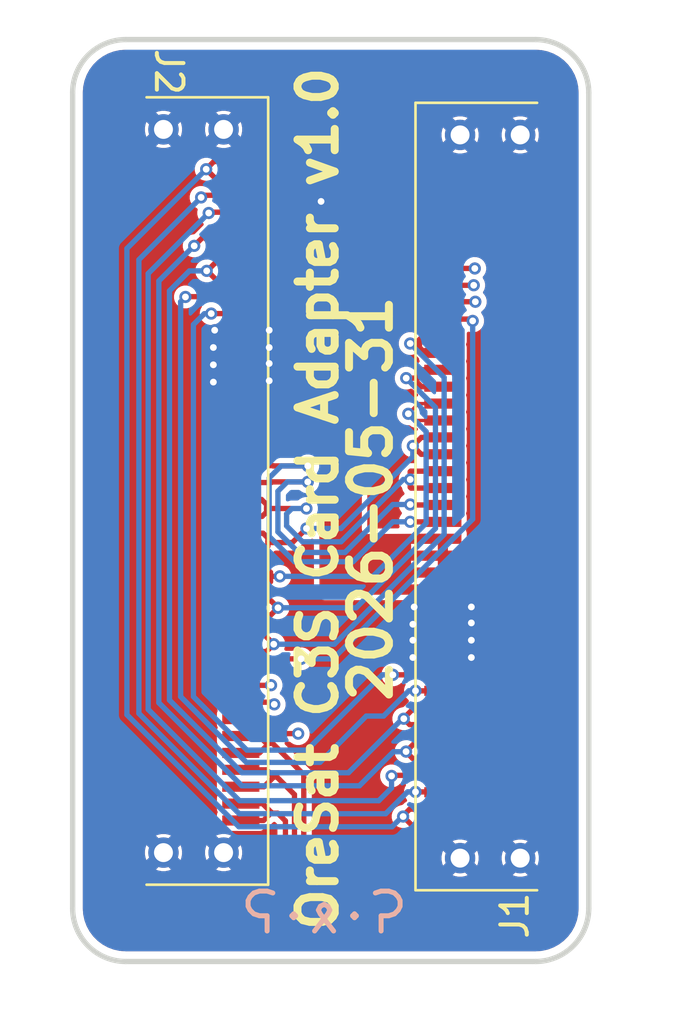
<source format=kicad_pcb>
(kicad_pcb (version 20241229) (generator "pcbnew") (generator_version "9.0")
  (title_block (title "C3 Surrogate to Card Adapter Board") (date "2026-02-15") (rev "1.0") (company "Portland State Aerospace Society"))
  (layers (0 "F.Cu" signal) (4 "In1.Cu" signal) (6 "In2.Cu" signal) (2 "B.Cu" signal) (13 "F.Paste" user) (15 "B.Paste" user) (5 "F.SilkS" user "F.Silkscreen") (7 "B.SilkS" user "B.Silkscreen") (1 "F.Mask" user) (3 "B.Mask" user) (25 "Edge.Cuts" user))
  (net 0 "")
  (net 1 "GND")
  (net 2 "VBUS")
  (net 3 "OPD_SDA")
  (net 4 "MAG-SCL")
  (net 5 "CAN2_L")
  (net 6 "CAN1_H")
  (net 7 "CAN1_L")
  (net 8 "OPD_SCL")
  (net 9 "CAN2_H")
  (net 10 "MAG-POWER")
  (net 11 "C3-UART-RX")
  (net 12 "OPD_PWR")
  (net 13 "~{SD}")
  (net 14 "MAG-SDA")
  (net 15 "C3-UART-TX")
  (net 16 "SPARE31")
  (net 17 "SPARE32")
  (net 18 "SPARE09")
  (net 19 "SPARE22")
  (net 20 "SPARE10")
  (net 21 "SPARE07")
  (net 22 "SPARE08")
  (net 23 "SPARE21")
  (footprint "oresat-connectors:SFM-120-02-X-DH" (layer "F.Cu") (at 145.7313 85.3925 90)
    (property "Reference" "J2" (at 15.75 1.35 270) (layer "F.SilkS"))
    (property "Value" "SFM-120-02-L-DH" (hide yes))
    (fp_line (start -14.7955 0.508) (end -14.7955 5.08) (stroke (width 0.1)) (layer "F.SilkS"))
    (fp_line (start 14.7955 5.08) (end 14.7955 0.508) (stroke (width 0.1)) (layer "F.SilkS"))
    (fp_line (start 14.7955 5.08) (end -14.7955 5.08) (stroke (width 0.1)) (layer "F.SilkS"))
    (pad "1" smd rect (at -12.3825 4.0513 90) (size 0.381 1.397) (layers "F.Cu" "F.Mask" "F.Paste") (net 14 "MAG-SDA"))
    (pad "2" smd rect (at -11.7475 4.0513 90) (size 0.381 1.397) (layers "F.Cu" "F.Mask" "F.Paste") (net 14 "MAG-SDA"))
    (pad "3" smd rect (at -11.1125 4.0513 90) (size 0.381 1.397) (layers "F.Cu" "F.Mask" "F.Paste") (net 4 "MAG-SCL"))
    (pad "4" smd rect (at -10.4775 4.0513 90) (size 0.381 1.397) (layers "F.Cu" "F.Mask" "F.Paste") (net 4 "MAG-SCL"))
    (pad "5" smd rect (at -9.8425 4.0513 90) (size 0.381 1.397) (layers "F.Cu" "F.Mask" "F.Paste") (net 10 "MAG-POWER"))
    (pad "6" smd rect (at -9.2075 4.0513 90) (size 0.381 1.397) (layers "F.Cu" "F.Mask" "F.Paste") (net 10 "MAG-POWER"))
    (pad "7" smd rect (at -8.5725 4.0513 90) (size 0.381 1.397) (layers "F.Cu" "F.Mask" "F.Paste") (net 21 "SPARE07"))
    (pad "8" smd rect (at -7.9375 4.0513 90) (size 0.381 1.397) (layers "F.Cu" "F.Mask" "F.Paste") (net 22 "SPARE08"))
    (pad "9" smd rect (at -7.3025 4.0513 90) (size 0.381 1.397) (layers "F.Cu" "F.Mask" "F.Paste") (net 18 "SPARE09"))
    (pad "10" smd rect (at -6.6675 4.0513 90) (size 0.381 1.397) (layers "F.Cu" "F.Mask" "F.Paste") (net 20 "SPARE10"))
    (pad "11" smd rect (at -6.0325 4.0513 90) (size 0.381 1.397) (layers "F.Cu" "F.Mask" "F.Paste") (net 3 "OPD_SDA"))
    (pad "12" smd rect (at -5.3975 4.0513 90) (size 0.381 1.397) (layers "F.Cu" "F.Mask" "F.Paste") (net 3 "OPD_SDA"))
    (pad "13" smd rect (at -4.7625 4.0513 90) (size 0.381 1.397) (layers "F.Cu" "F.Mask" "F.Paste") (net 8 "OPD_SCL"))
    (pad "14" smd rect (at -4.1275 4.0513 90) (size 0.381 1.397) (layers "F.Cu" "F.Mask" "F.Paste") (net 8 "OPD_SCL"))
    (pad "15" smd rect (at -3.4925 4.0513 90) (size 0.381 1.397) (layers "F.Cu" "F.Mask" "F.Paste") (net 12 "OPD_PWR"))
    (pad "16" smd rect (at -2.8575 4.0513 90) (size 0.381 1.397) (layers "F.Cu" "F.Mask" "F.Paste") (net 12 "OPD_PWR"))
    (pad "17" smd rect (at -2.2225 4.0513 90) (size 0.381 1.397) (layers "F.Cu" "F.Mask" "F.Paste") (net 9 "CAN2_H"))
    (pad "18" smd rect (at -1.5875 4.0513 90) (size 0.381 1.397) (layers "F.Cu" "F.Mask" "F.Paste") (net 9 "CAN2_H"))
    (pad "19" smd rect (at -0.9525 4.0513 90) (size 0.381 1.397) (layers "F.Cu" "F.Mask" "F.Paste") (net 5 "CAN2_L"))
    (pad "20" smd rect (at -0.3175 4.0513 90) (size 0.381 1.397) (layers "F.Cu" "F.Mask" "F.Paste") (net 5 "CAN2_L"))
    (pad "21" smd rect (at 0.3175 4.0513 90) (size 0.381 1.397) (layers "F.Cu" "F.Mask" "F.Paste") (net 23 "SPARE21"))
    (pad "22" smd rect (at 0.9525 4.0513 90) (size 0.381 1.397) (layers "F.Cu" "F.Mask" "F.Paste") (net 19 "SPARE22"))
    (pad "23" smd rect (at 1.5875 4.0513 90) (size 0.381 1.397) (layers "F.Cu" "F.Mask" "F.Paste") (net 2 "VBUS"))
    (pad "24" smd rect (at 2.2225 4.0513 90) (size 0.381 1.397) (layers "F.Cu" "F.Mask" "F.Paste") (net 2 "VBUS"))
    (pad "25" smd rect (at 2.8575 4.0513 90) (size 0.381 1.397) (layers "F.Cu" "F.Mask" "F.Paste") (net 2 "VBUS"))
    (pad "26" smd rect (at 3.4925 4.0513 90) (size 0.381 1.397) (layers "F.Cu" "F.Mask" "F.Paste") (net 2 "VBUS"))
    (pad "27" smd rect (at 4.1275 4.0513 90) (size 0.381 1.397) (layers "F.Cu" "F.Mask" "F.Paste") (net 1 "GND"))
    (pad "28" smd rect (at 4.7625 4.0513 90) (size 0.381 1.397) (layers "F.Cu" "F.Mask" "F.Paste") (net 1 "GND"))
    (pad "29" smd rect (at 5.3975 4.0513 90) (size 0.381 1.397) (layers "F.Cu" "F.Mask" "F.Paste") (net 1 "GND"))
    (pad "30" smd rect (at 6.0325 4.0513 90) (size 0.381 1.397) (layers "F.Cu" "F.Mask" "F.Paste") (net 1 "GND"))
    (pad "31" smd rect (at 6.6675 4.0513 90) (size 0.381 1.397) (layers "F.Cu" "F.Mask" "F.Paste") (net 16 "SPARE31"))
    (pad "32" smd rect (at 7.3025 4.0513 90) (size 0.381 1.397) (layers "F.Cu" "F.Mask" "F.Paste") (net 17 "SPARE32"))
    (pad "33" smd rect (at 7.9375 4.0513 90) (size 0.381 1.397) (layers "F.Cu" "F.Mask" "F.Paste") (net 6 "CAN1_H"))
    (pad "34" smd rect (at 8.5725 4.0513 90) (size 0.381 1.397) (layers "F.Cu" "F.Mask" "F.Paste") (net 6 "CAN1_H"))
    (pad "35" smd rect (at 9.2075 4.0513 90) (size 0.381 1.397) (layers "F.Cu" "F.Mask" "F.Paste") (net 7 "CAN1_L"))
    (pad "36" smd rect (at 9.8425 4.0513 90) (size 0.381 1.397) (layers "F.Cu" "F.Mask" "F.Paste") (net 7 "CAN1_L"))
    (pad "37" smd rect (at 10.4775 4.0513 90) (size 0.381 1.397) (layers "F.Cu" "F.Mask" "F.Paste") (net 15 "C3-UART-TX"))
    (pad "38" smd rect (at 11.1125 4.0513 90) (size 0.381 1.397) (layers "F.Cu" "F.Mask" "F.Paste") (net 11 "C3-UART-RX"))
    (pad "39" smd rect (at 11.7475 4.0513 90) (size 0.381 1.397) (layers "F.Cu" "F.Mask" "F.Paste") (net 13 "~{SD}"))
    (pad "40" smd rect (at 12.3825 4.0513 90) (size 0.381 1.397) (layers "F.Cu" "F.Mask" "F.Paste") (net 13 "~{SD}"))
    (pad "41" thru_hole circle (at -13.589 1.143 90) (size 1.143 1.143) (drill 0.7112) (layers "*.Cu" "*.Mask") (net 1 "GND"))
    (pad "42" thru_hole circle (at 13.589 1.143 90) (size 1.143 1.143) (drill 0.7112) (layers "*.Cu" "*.Mask") (net 1 "GND"))
    (pad "43" thru_hole circle (at -13.589 3.4036 90) (size 1.143 1.143) (drill 0.7112) (layers "*.Cu" "*.Mask") (net 1 "GND"))
    (pad "44" thru_hole circle (at 13.589 3.4036 90) (size 1.143 1.143) (drill 0.7112) (layers "*.Cu" "*.Mask") (net 1 "GND"))
  )
  (footprint "oresat-connectors:SFM-120-02-X-DH" (layer "F.Cu") (at 161.43 85.6 -90)
    (property "Reference" "J1" (at 15.75 1.35 90) (layer "F.SilkS"))
    (property "Value" "SFM-120-02-L-DH" (hide yes))
    (fp_line (start 14.7955 5.08) (end -14.7955 5.08) (stroke (width 0.1)) (layer "F.SilkS"))
    (fp_line (start 14.7955 5.08) (end 14.7955 0.508) (stroke (width 0.1)) (layer "F.SilkS"))
    (fp_line (start -14.7955 0.508) (end -14.7955 5.08) (stroke (width 0.1)) (layer "F.SilkS"))
    (pad "1" smd rect (at -12.3825 4.0513 270) (size 0.381 1.397) (layers "F.Cu" "F.Mask" "F.Paste") (net 14 "MAG-SDA"))
    (pad "2" smd rect (at -11.7475 4.0513 270) (size 0.381 1.397) (layers "F.Cu" "F.Mask" "F.Paste") (net 14 "MAG-SDA"))
    (pad "3" smd rect (at -11.1125 4.0513 270) (size 0.381 1.397) (layers "F.Cu" "F.Mask" "F.Paste") (net 4 "MAG-SCL"))
    (pad "4" smd rect (at -10.4775 4.0513 270) (size 0.381 1.397) (layers "F.Cu" "F.Mask" "F.Paste") (net 4 "MAG-SCL"))
    (pad "5" smd rect (at -9.8425 4.0513 270) (size 0.381 1.397) (layers "F.Cu" "F.Mask" "F.Paste") (net 10 "MAG-POWER"))
    (pad "6" smd rect (at -9.2075 4.0513 270) (size 0.381 1.397) (layers "F.Cu" "F.Mask" "F.Paste") (net 10 "MAG-POWER"))
    (pad "7" smd rect (at -8.5725 4.0513 270) (size 0.381 1.397) (layers "F.Cu" "F.Mask" "F.Paste") (net 21 "SPARE07"))
    (pad "8" smd rect (at -7.9375 4.0513 270) (size 0.381 1.397) (layers "F.Cu" "F.Mask" "F.Paste") (net 22 "SPARE08"))
    (pad "9" smd rect (at -7.3025 4.0513 270) (size 0.381 1.397) (layers "F.Cu" "F.Mask" "F.Paste") (net 18 "SPARE09"))
    (pad "10" smd rect (at -6.6675 4.0513 270) (size 0.381 1.397) (layers "F.Cu" "F.Mask" "F.Paste") (net 20 "SPARE10"))
    (pad "11" smd rect (at -6.0325 4.0513 270) (size 0.381 1.397) (layers "F.Cu" "F.Mask" "F.Paste") (net 3 "OPD_SDA"))
    (pad "12" smd rect (at -5.3975 4.0513 270) (size 0.381 1.397) (layers "F.Cu" "F.Mask" "F.Paste") (net 3 "OPD_SDA"))
    (pad "13" smd rect (at -4.7625 4.0513 270) (size 0.381 1.397) (layers "F.Cu" "F.Mask" "F.Paste") (net 8 "OPD_SCL"))
    (pad "14" smd rect (at -4.1275 4.0513 270) (size 0.381 1.397) (layers "F.Cu" "F.Mask" "F.Paste") (net 8 "OPD_SCL"))
    (pad "15" smd rect (at -3.4925 4.0513 270) (size 0.381 1.397) (layers "F.Cu" "F.Mask" "F.Paste") (net 12 "OPD_PWR"))
    (pad "16" smd rect (at -2.8575 4.0513 270) (size 0.381 1.397) (layers "F.Cu" "F.Mask" "F.Paste") (net 12 "OPD_PWR"))
    (pad "17" smd rect (at -2.2225 4.0513 270) (size 0.381 1.397) (layers "F.Cu" "F.Mask" "F.Paste") (net 9 "CAN2_H"))
    (pad "18" smd rect (at -1.5875 4.0513 270) (size 0.381 1.397) (layers "F.Cu" "F.Mask" "F.Paste") (net 9 "CAN2_H"))
    (pad "19" smd rect (at -0.9525 4.0513 270) (size 0.381 1.397) (layers "F.Cu" "F.Mask" "F.Paste") (net 5 "CAN2_L"))
    (pad "20" smd rect (at -0.3175 4.0513 270) (size 0.381 1.397) (layers "F.Cu" "F.Mask" "F.Paste") (net 5 "CAN2_L"))
    (pad "21" smd rect (at 0.3175 4.0513 270) (size 0.381 1.397) (layers "F.Cu" "F.Mask" "F.Paste") (net 23 "SPARE21"))
    (pad "22" smd rect (at 0.9525 4.0513 270) (size 0.381 1.397) (layers "F.Cu" "F.Mask" "F.Paste") (net 19 "SPARE22"))
    (pad "23" smd rect (at 1.5875 4.0513 270) (size 0.381 1.397) (layers "F.Cu" "F.Mask" "F.Paste") (net 2 "VBUS"))
    (pad "24" smd rect (at 2.2225 4.0513 270) (size 0.381 1.397) (layers "F.Cu" "F.Mask" "F.Paste") (net 2 "VBUS"))
    (pad "25" smd rect (at 2.8575 4.0513 270) (size 0.381 1.397) (layers "F.Cu" "F.Mask" "F.Paste") (net 2 "VBUS"))
    (pad "26" smd rect (at 3.4925 4.0513 270) (size 0.381 1.397) (layers "F.Cu" "F.Mask" "F.Paste") (net 2 "VBUS"))
    (pad "27" smd rect (at 4.1275 4.0513 270) (size 0.381 1.397) (layers "F.Cu" "F.Mask" "F.Paste") (net 1 "GND"))
    (pad "28" smd rect (at 4.7625 4.0513 270) (size 0.381 1.397) (layers "F.Cu" "F.Mask" "F.Paste") (net 1 "GND"))
    (pad "29" smd rect (at 5.3975 4.0513 270) (size 0.381 1.397) (layers "F.Cu" "F.Mask" "F.Paste") (net 1 "GND"))
    (pad "30" smd rect (at 6.0325 4.0513 270) (size 0.381 1.397) (layers "F.Cu" "F.Mask" "F.Paste") (net 1 "GND"))
    (pad "31" smd rect (at 6.6675 4.0513 270) (size 0.381 1.397) (layers "F.Cu" "F.Mask" "F.Paste") (net 16 "SPARE31"))
    (pad "32" smd rect (at 7.3025 4.0513 270) (size 0.381 1.397) (layers "F.Cu" "F.Mask" "F.Paste") (net 17 "SPARE32"))
    (pad "33" smd rect (at 7.9375 4.0513 270) (size 0.381 1.397) (layers "F.Cu" "F.Mask" "F.Paste") (net 6 "CAN1_H"))
    (pad "34" smd rect (at 8.5725 4.0513 270) (size 0.381 1.397) (layers "F.Cu" "F.Mask" "F.Paste") (net 6 "CAN1_H"))
    (pad "35" smd rect (at 9.2075 4.0513 270) (size 0.381 1.397) (layers "F.Cu" "F.Mask" "F.Paste") (net 7 "CAN1_L"))
    (pad "36" smd rect (at 9.8425 4.0513 270) (size 0.381 1.397) (layers "F.Cu" "F.Mask" "F.Paste") (net 7 "CAN1_L"))
    (pad "37" smd rect (at 10.4775 4.0513 270) (size 0.381 1.397) (layers "F.Cu" "F.Mask" "F.Paste") (net 15 "C3-UART-TX"))
    (pad "38" smd rect (at 11.1125 4.0513 270) (size 0.381 1.397) (layers "F.Cu" "F.Mask" "F.Paste") (net 11 "C3-UART-RX"))
    (pad "39" smd rect (at 11.7475 4.0513 270) (size 0.381 1.397) (layers "F.Cu" "F.Mask" "F.Paste") (net 13 "~{SD}"))
    (pad "40" smd rect (at 12.3825 4.0513 270) (size 0.381 1.397) (layers "F.Cu" "F.Mask" "F.Paste") (net 13 "~{SD}"))
    (pad "41" thru_hole circle (at -13.589 1.143 270) (size 1.143 1.143) (drill 0.7112) (layers "*.Cu" "*.Mask") (net 1 "GND"))
    (pad "42" thru_hole circle (at 13.589 1.143 270) (size 1.143 1.143) (drill 0.7112) (layers "*.Cu" "*.Mask") (net 1 "GND"))
    (pad "43" thru_hole circle (at -13.589 3.4036 270) (size 1.143 1.143) (drill 0.7112) (layers "*.Cu" "*.Mask") (net 1 "GND"))
    (pad "44" thru_hole circle (at 13.589 3.4036 270) (size 1.143 1.143) (drill 0.7112) (layers "*.Cu" "*.Mask") (net 1 "GND"))
  )
  (gr_arc (start 143.4592 70.4276) (mid 144.044986 69.013386) (end 145.4592 68.4276) (stroke (width 0.2)) (layer "Edge.Cuts"))
  (gr_arc (start 162.8648 101.0732) (mid 162.279014 102.487414) (end 160.8648 103.0732) (stroke (width 0.2)) (layer "Edge.Cuts"))
  (gr_arc (start 145.4592 103.0732) (mid 144.044986 102.487414) (end 143.4592 101.0732) (stroke (width 0.2)) (layer "Edge.Cuts"))
  (gr_line (start 162.8648 70.4276) (end 162.8648 101.0732) (stroke (width 0.2)) (layer "Edge.Cuts"))
  (gr_line (start 160.8648 103.0732) (end 145.4592 103.0732) (stroke (width 0.2)) (layer "Edge.Cuts"))
  (gr_line (start 145.4592 68.4276) (end 160.8648 68.4276) (stroke (width 0.2)) (layer "Edge.Cuts"))
  (gr_line (start 143.4592 101.0732) (end 143.4592 70.4276) (stroke (width 0.2)) (layer "Edge.Cuts"))
  (gr_arc (start 160.8648 68.4276) (mid 162.279014 69.013386) (end 162.8648 70.4276) (stroke (width 0.2)) (layer "Edge.Cuts"))
  (gr_text "${CURRENT_DATE}" (at 155.55 93.45 90) (layer "F.SilkS") (effects (font (size 1.5 1.5) (thickness 0.3)) (justify left bottom)))
  (gr_text "OreSat C3S Card Adapter v${REVISION}\n" (at 153.5 102.05 90) (layer "F.SilkS") (effects (font (size 1.4 1.4) (thickness 0.3)) (justify left bottom)))
  (gr_text "ʕ·ᴥ·ʔ" (at 156.18 102.12 0) (layer "B.SilkS") (effects (font (size 1.5 1.5) (thickness 0.1875)) (justify left bottom mirror)))
  (via (at 150.85 79.35) (size 0.4572) (drill 0.254) (layers "F.Cu" "B.Cu") (net 1))
  (via (at 148.75 80) (size 0.4572) (drill 0.254) (layers "F.Cu" "B.Cu") (net 1))
  (via (at 158.45 89.75) (size 0.4572) (drill 0.254) (layers "F.Cu" "B.Cu") (net 1))
  (via (at 148.75 81.3) (size 0.4572) (drill 0.254) (layers "F.Cu" "B.Cu") (net 1))
  (via (at 150.85 80.6) (size 0.4572) (drill 0.254) (layers "F.Cu" "B.Cu") (net 1))
  (via (at 158.45 90.35) (size 0.4572) (drill 0.254) (layers "F.Cu" "B.Cu") (net 1))
  (via (at 156.25 90.4) (size 0.4572) (drill 0.254) (layers "F.Cu" "B.Cu") (net 1))
  (via (at 156.25 91) (size 0.4572) (drill 0.254) (layers "F.Cu" "B.Cu") (net 1))
  (via (at 148.75 80.65) (size 0.4572) (drill 0.254) (layers "F.Cu" "B.Cu") (net 1))
  (via (at 152.8 74.51) (size 0.4572) (drill 0.254) (layers "F.Cu" "B.Cu") (net 1))
  (via (at 158.45 91) (size 0.4572) (drill 0.254) (layers "F.Cu" "B.Cu") (net 1))
  (via (at 156.25 91.65) (size 0.4572) (drill 0.254) (layers "F.Cu" "B.Cu") (net 1))
  (via (at 150.85 81.25) (size 0.4572) (drill 0.254) (layers "F.Cu" "B.Cu") (net 1))
  (via (at 158.45 91.65) (size 0.4572) (drill 0.254) (layers "F.Cu" "B.Cu") (net 1))
  (via (at 150.85 80) (size 0.4572) (drill 0.254) (layers "F.Cu" "B.Cu") (net 1))
  (via (at 156.3 89.75) (size 0.4572) (drill 0.254) (layers "F.Cu" "B.Cu") (net 1))
  (via (at 148.8 79.35) (size 0.4572) (drill 0.254) (layers "F.Cu" "B.Cu") (net 1))
  (segment (start 156.5 79.85) (end 156.15 79.85) (width 0.2) (layer "F.Cu") (net 3))
  (segment (start 156.7025 80.2025) (end 157.3787 80.2025) (width 0.2) (layer "F.Cu") (net 3))
  (segment (start 157.3787 79.5675) (end 156.6325 79.5675) (width 0.2) (layer "F.Cu") (net 3))
  (segment (start 151.02 91.15) (end 150.745 91.425) (width 0.2) (layer "F.Cu") (net 3))
  (segment (start 156.5 79.85) (end 156.5 80) (width 0.2) (layer "F.Cu") (net 3))
  (segment (start 156.5 80) (end 156.7025 80.2025) (width 0.2) (layer "F.Cu") (net 3))
  (segment (start 151.02 91.15) (end 150.66 90.79) (width 0.2) (layer "F.Cu") (net 3))
  (segment (start 156.6325 79.5675) (end 156.5 79.7) (width 0.2) (layer "F.Cu") (net 3))
  (segment (start 150.66 90.79) (end 149.7826 90.79) (width 0.2) (layer "F.Cu") (net 3))
  (segment (start 150.745 91.425) (end 149.7826 91.425) (width 0.2) (layer "F.Cu") (net 3))
  (segment (start 156.5 79.7) (end 156.5 79.85) (width 0.2) (layer "F.Cu") (net 3))
  (via (at 156.15 79.85) (size 0.4572) (drill 0.254) (layers "F.Cu" "B.Cu") (net 3))
  (via (at 151.02 91.15) (size 0.4572) (drill 0.254) (layers "F.Cu" "B.Cu") (net 3))
  (segment (start 151.02 91.15) (end 153.3 91.15) (width 0.2) (layer "B.Cu") (net 3))
  (segment (start 157.427 81.127) (end 156.15 79.85) (width 0.2) (layer "B.Cu") (net 3))
  (segment (start 153.3 91.15) (end 157.427 87.023) (width 0.2) (layer "B.Cu") (net 3))
  (segment (start 157.427 87.023) (end 157.427 81.127) (width 0.2) (layer "B.Cu") (net 3))
  (segment (start 151.8 99.55) (end 153.9 101.65) (width 0.2) (layer "F.Cu") (net 4))
  (segment (start 151.8 96.8) (end 151.8 99.55) (width 0.2) (layer "F.Cu") (net 4))
  (segment (start 151.02 96.14) (end 150.655 96.505) (width 0.2) (layer "F.Cu") (net 4))
  (segment (start 151.14 96.14) (end 151.8 96.8) (width 0.2) (layer "F.Cu") (net 4))
  (segment (start 158.4775 75.1225) (end 157.3787 75.1225) (width 0.2) (layer "F.Cu") (net 4))
  (segment (start 151.02 96.14) (end 151.14 96.14) (width 0.2) (layer "F.Cu") (net 4))
  (segment (start 161.6 76.7) (end 159.71 74.81) (width 0.2) (layer "F.Cu") (net 4))
  (segment (start 158.5275 74.4875) (end 158.79 74.75) (width 0.2) (layer "F.Cu") (net 4))
  (segment (start 160.25 101.65) (end 161.6 100.3) (width 0.2) (layer "F.Cu") (net 4))
  (segment (start 158.79 74.75) (end 158.79 74.81) (width 0.2) (layer "F.Cu") (net 4))
  (segment (start 150.655 96.505) (end 149.7826 96.505) (width 0.2) (layer "F.Cu") (net 4))
  (segment (start 161.6 100.3) (end 161.6 76.7) (width 0.2) (layer "F.Cu") (net 4))
  (segment (start 153.9 101.65) (end 160.25 101.65) (width 0.2) (layer "F.Cu") (net 4))
  (segment (start 158.79 74.81) (end 158.4775 75.1225) (width 0.2) (layer "F.Cu") (net 4))
  (segment (start 159.71 74.81) (end 158.79 74.81) (width 0.2) (layer "F.Cu") (net 4))
  (segment (start 157.3662 75.11) (end 157.3787 75.1225) (width 0.2) (layer "F.Cu") (net 4))
  (segment (start 157.3787 74.4875) (end 158.5275 74.4875) (width 0.2) (layer "F.Cu") (net 4))
  (segment (start 150.75 95.87) (end 149.7826 95.87) (width 0.2) (layer "F.Cu") (net 4))
  (segment (start 151.02 96.14) (end 150.75 95.87) (width 0.2) (layer "F.Cu") (net 4))
  (segment (start 149.7826 85.71) (end 150.56 85.71) (width 0.2) (layer "F.Cu") (net 5))
  (segment (start 150.75 86.18) (end 150.585 86.345) (width 0.2) (layer "F.Cu") (net 5))
  (segment (start 150.56 85.71) (end 150.75 85.9) (width 0.2) (layer "F.Cu") (net 5))
  (segment (start 156.1725 84.6475) (end 157.3787 84.6475) (width 0.2) (layer "F.Cu") (net 5))
  (segment (start 156.15 84.67) (end 156.1725 84.6475) (width 0.2) (layer "F.Cu") (net 5))
  (segment (start 152.25 86.05) (end 150.75 86.05) (width 0.2) (layer "F.Cu") (net 5))
  (segment (start 156.15 84.96) (end 156.15 84.67) (width 0.2) (layer "F.Cu") (net 5))
  (segment (start 156.15 85.25) (end 156.1825 85.2825) (width 0.2) (layer "F.Cu") (net 5))
  (segment (start 150.75 85.9) (end 150.75 86.05) (width 0.2) (layer "F.Cu") (net 5))
  (segment (start 156.1825 85.2825) (end 157.3787 85.2825) (width 0.2) (layer "F.Cu") (net 5))
  (segment (start 156.15 84.96) (end 156.15 85.25) (width 0.2) (layer "F.Cu") (net 5))
  (segment (start 150.75 86.05) (end 150.75 86.18) (width 0.2) (layer "F.Cu") (net 5))
  (segment (start 150.585 86.345) (end 149.7826 86.345) (width 0.2) (layer "F.Cu") (net 5))
  (via (at 156.15 84.96) (size 0.4572) (drill 0.254) (layers "F.Cu" "B.Cu") (net 5))
  (via (at 152.25 86.05) (size 0.4572) (drill 0.254) (layers "F.Cu" "B.Cu") (net 5))
  (segment (start 153.55 87.3) (end 152.1 87.3) (width 0.2) (layer "B.Cu") (net 5))
  (segment (start 156.15 84.96) (end 155.89 84.96) (width 0.2) (layer "B.Cu") (net 5))
  (segment (start 155.89 84.96) (end 153.55 87.3) (width 0.2) (layer "B.Cu") (net 5))
  (segment (start 151.504 86.25) (end 151.704 86.05) (width 0.2) (layer "B.Cu") (net 5))
  (segment (start 152.1 87.3) (end 151.504 86.704) (width 0.2) (layer "B.Cu") (net 5))
  (segment (start 151.704 86.05) (end 152.25 86.05) (width 0.2) (layer "B.Cu") (net 5))
  (segment (start 151.504 86.704) (end 151.504 86.25) (width 0.2) (layer "B.Cu") (net 5))
  (segment (start 148.52 77.12) (end 148.855 77.455) (width 0.2) (layer "F.Cu") (net 6))
  (segment (start 156.3025 93.5375) (end 157.3787 93.5375) (width 0.2) (layer "F.Cu") (net 6))
  (segment (start 155.91 93.95) (end 156.1325 94.1725) (width 0.2) (layer "F.Cu") (net 6))
  (segment (start 149.7826 76.82) (end 148.82 76.82) (width 0.2) (layer "F.Cu") (net 6))
  (segment (start 155.9 93.94) (end 155.91 93.95) (width 0.2) (layer "F.Cu") (net 6))
  (segment (start 148.82 76.82) (end 148.52 77.12) (width 0.2) (layer "F.Cu") (net 6))
  (segment (start 148.855 77.455) (end 149.7826 77.455) (width 0.2) (layer "F.Cu") (net 6))
  (segment (start 155.9 93.94) (end 156.3025 93.5375) (width 0.2) (layer "F.Cu") (net 6))
  (segment (start 156.1325 94.1725) (end 157.3787 94.1725) (width 0.2) (layer "F.Cu") (net 6))
  (via (at 155.91 93.95) (size 0.4572) (drill 0.254) (layers "F.Cu" "B.Cu") (net 6))
  (via (at 148.5 77.12) (size 0.4572) (drill 0.254) (layers "F.Cu" "B.Cu") (net 6))
  (segment (start 148.5 77.12) (end 148.52 77.12) (width 0.2) (layer "B.Cu") (net 6))
  (segment (start 153.83 95.98) (end 149.83 95.98) (width 0.2) (layer "B.Cu") (net 6))
  (segment (start 155.87 93.94) (end 153.83 95.98) (width 0.2) (layer "B.Cu") (net 6))
  (segment (start 155.9 93.94) (end 155.87 93.94) (width 0.2) (layer "B.Cu") (net 6))
  (segment (start 149.83 95.98) (end 147.1 93.25) (width 0.2) (layer "B.Cu") (net 6))
  (segment (start 147.1 93.25) (end 147.1 77.87) (width 0.2) (layer "B.Cu") (net 6))
  (segment (start 147.85 77.12) (end 148.5 77.12) (width 0.2) (layer "B.Cu") (net 6))
  (segment (start 147.1 77.87) (end 147.85 77.12) (width 0.2) (layer "B.Cu") (net 6))
  (segment (start 148.03 76.18) (end 148.02 76.18) (width 0.2) (layer "F.Cu") (net 7))
  (segment (start 148.38 75.83) (end 148.03 76.18) (width 0.2) (layer "F.Cu") (net 7))
  (segment (start 148.38 75.83) (end 148.735 76.185) (width 0.2) (layer "F.Cu") (net 7))
  (segment (start 155.99 95.19) (end 155.995 95.185) (width 0.2) (layer "F.Cu") (net 7))
  (segment (start 148.735 76.185) (end 149.7826 76.185) (width 0.2) (layer "F.Cu") (net 7))
  (segment (start 156.2425 95.4425) (end 157.3787 95.4425) (width 0.2) (layer "F.Cu") (net 7))
  (segment (start 155.99 95.19) (end 156.2425 95.4425) (width 0.2) (layer "F.Cu") (net 7))
  (segment (start 148.66 75.55) (end 148.38 75.83) (width 0.2) (layer "F.Cu") (net 7))
  (segment (start 155.995 95.185) (end 156.3725 94.8075) (width 0.2) (layer "F.Cu") (net 7))
  (segment (start 156.3725 94.8075) (end 157.3787 94.8075) (width 0.2) (layer "F.Cu") (net 7))
  (segment (start 149.7826 75.55) (end 148.66 75.55) (width 0.2) (layer "F.Cu") (net 7))
  (via (at 155.995 95.185) (size 0.4572) (drill 0.254) (layers "F.Cu" "B.Cu") (net 7))
  (via (at 148.03 76.18) (size 0.4572) (drill 0.254) (layers "F.Cu" "B.Cu") (net 7))
  (segment (start 146.7 77.5) (end 146.7 93.35) (width 0.2) (layer "B.Cu") (net 7))
  (segment (start 154.24 96.47) (end 155.52 95.19) (width 0.2) (layer "B.Cu") (net 7))
  (segment (start 149.82 96.47) (end 154.24 96.47) (width 0.2) (layer "B.Cu") (net 7))
  (segment (start 146.7 93.35) (end 149.82 96.47) (width 0.2) (layer "B.Cu") (net 7))
  (segment (start 155.52 95.19) (end 155.99 95.19) (width 0.2) (layer "B.Cu") (net 7))
  (segment (start 148.02 76.18) (end 146.7 77.5) (width 0.2) (layer "B.Cu") (net 7))
  (segment (start 156.4 81.3) (end 156.45 81.35) (width 0.2) (layer "F.Cu") (net 8))
  (segment (start 151.18 89.78) (end 150.805 90.155) (width 0.2) (layer "F.Cu") (net 8))
  (segment (start 156.5775 81.4725) (end 157.3787 81.4725) (width 0.2) (layer "F.Cu") (net 8))
  (segment (start 156.455 81.35) (end 156.5775 81.4725) (width 0.2) (layer "F.Cu") (net 8))
  (segment (start 157.3787 80.8375) (end 156.6125 80.8375) (width 0.2) (layer "F.Cu") (net 8))
  (segment (start 156.6125 80.8375) (end 156.4 81.05) (width 0.2) (layer "F.Cu") (net 8))
  (segment (start 156.45 81.35) (end 156.455 81.35) (width 0.2) (layer "F.Cu") (net 8))
  (segment (start 156.4 81.15) (end 156 81.15) (width 0.2) (layer "F.Cu") (net 8))
  (segment (start 156.4 81.05) (end 156.4 81.15) (width 0.2) (layer "F.Cu") (net 8))
  (segment (start 150.805 90.155) (end 149.7826 90.155) (width 0.2) (layer "F.Cu") (net 8))
  (segment (start 156.4 81.15) (end 156.4 81.3) (width 0.2) (layer "F.Cu") (net 8))
  (segment (start 150.92 89.52) (end 149.7826 89.52) (width 0.2) (layer "F.Cu") (net 8))
  (segment (start 151.18 89.78) (end 150.92 89.52) (width 0.2) (layer "F.Cu") (net 8))
  (via (at 156 81.15) (size 0.4572) (drill 0.254) (layers "F.Cu" "B.Cu") (net 8))
  (via (at 151.18 89.78) (size 0.4572) (drill 0.254) (layers "F.Cu" "B.Cu") (net 8))
  (segment (start 157.1 82.25) (end 156 81.15) (width 0.2) (layer "B.Cu") (net 8))
  (segment (start 157.1 86.8) (end 157.1 82.25) (width 0.2) (layer "B.Cu") (net 8))
  (segment (start 151.18 89.78) (end 154.12 89.78) (width 0.2) (layer "B.Cu") (net 8))
  (segment (start 154.12 89.78) (end 157.1 86.8) (width 0.2) (layer "B.Cu") (net 8))
  (segment (start 152.25 86.8) (end 151.72 87.33) (width 0.2) (layer "F.Cu") (net 9))
  (segment (start 149.7826 87.615) (end 150.65 87.615) (width 0.2) (layer "F.Cu") (net 9))
  (segment (start 150.62 86.98) (end 149.7826 86.98) (width 0.2) (layer "F.Cu") (net 9))
  (segment (start 150.8 87.465) (end 150.8 87.3) (width 0.2) (layer "F.Cu") (net 9))
  (segment (start 156.5625 84.0125) (end 157.3787 84.0125) (width 0.2) (layer "F.Cu") (net 9))
  (segment (start 156.25 83.7) (end 156.5625 84.0125) (width 0.2) (layer "F.Cu") (net 9))
  (segment (start 156.5725 83.3775) (end 156.25 83.7) (width 0.2) (layer "F.Cu") (net 9))
  (segment (start 151.72 87.33) (end 150.83 87.33) (width 0.2) (layer "F.Cu") (net 9))
  (segment (start 150.83 87.33) (end 150.8 87.3) (width 0.2) (layer "F.Cu") (net 9))
  (segment (start 150.65 87.615) (end 150.8 87.465) (width 0.2) (layer "F.Cu") (net 9))
  (segment (start 156.5725 83.3775) (end 157.3787 83.3775) (width 0.2) (layer "F.Cu") (net 9))
  (segment (start 150.8 87.16) (end 150.62 86.98) (width 0.2) (layer "F.Cu") (net 9))
  (segment (start 150.8 87.3) (end 150.8 87.16) (width 0.2) (layer "F.Cu") (net 9))
  (via (at 156.25 83.7) (size 0.4572) (drill 0.254) (layers "F.Cu" "B.Cu") (net 9))
  (via (at 152.25 86.8) (size 0.4572) (drill 0.254) (layers "F.Cu" "B.Cu") (net 9))
  (segment (start 153.55 86.8) (end 156.25 84.1) (width 0.2) (layer "B.Cu") (net 9))
  (segment (start 156.25 84.1) (end 156.25 83.7) (width 0.2) (layer "B.Cu") (net 9))
  (segment (start 152.25 86.8) (end 153.55 86.8) (width 0.2) (layer "B.Cu") (net 9))
  (segment (start 150.485 95.235) (end 149.7826 95.235) (width 0.2) (layer "F.Cu") (net 10))
  (segment (start 150.47 94.6) (end 149.7826 94.6) (width 0.2) (layer "F.Cu") (net 10))
  (segment (start 154.06 101.31) (end 152.15 99.4) (width 0.2) (layer "F.Cu") (net 10))
  (segment (start 152.15 99.4) (end 152.15 96.05) (width 0.2) (layer "F.Cu") (net 10))
  (segment (start 161.24 76.89) (end 161.24 100.12) (width 0.2) (layer "F.Cu") (net 10))
  (segment (start 158.2075 76.3925) (end 157.3787 76.3925) (width 0.2) (layer "F.Cu") (net 10))
  (segment (start 160.05 101.31) (end 154.06 101.31) (width 0.2) (layer "F.Cu") (net 10))
  (segment (start 158.515 76.085) (end 158.2075 76.3925) (width 0.2) (layer "F.Cu") (net 10))
  (segment (start 152.15 96.05) (end 150.98 94.88) (width 0.2) (layer "F.Cu") (net 10))
  (segment (start 150.84 94.88) (end 150.485 95.235) (width 0.2) (layer "F.Cu") (net 10))
  (segment (start 150.84 94.88) (end 150.75 94.88) (width 0.2) (layer "F.Cu") (net 10))
  (segment (start 150.98 94.88) (end 150.84 94.88) (width 0.2) (layer "F.Cu") (net 10))
  (segment (start 158.1875 75.7575) (end 158.515 76.085) (width 0.2) (layer "F.Cu") (net 10))
  (segment (start 157.3787 75.7575) (end 158.1875 75.7575) (width 0.2) (layer "F.Cu") (net 10))
  (segment (start 161.24 100.12) (end 160.05 101.31) (width 0.2) (layer "F.Cu") (net 10))
  (segment (start 160.435 76.085) (end 161.24 76.89) (width 0.2) (layer "F.Cu") (net 10))
  (segment (start 158.515 76.085) (end 160.435 76.085) (width 0.2) (layer "F.Cu") (net 10))
  (segment (start 150.75 94.88) (end 150.47 94.6) (width 0.2) (layer "F.Cu") (net 10))
  (segment (start 157.3662 96.7) (end 157.3787 96.7125) (width 0.2) (layer "F.Cu") (net 11))
  (segment (start 157.3662 96.7) (end 156.35 96.7) (width 0.2) (layer "F.Cu") (net 11))
  (segment (start 148.37 74.28) (end 148.3 74.35) (width 0.2) (layer "F.Cu") (net 11))
  (segment (start 149.7826 74.28) (end 148.37 74.28) (width 0.2) (layer "F.Cu") (net 11))
  (via (at 148.29 74.36) (size 0.4572) (drill 0.254) (layers "F.Cu" "B.Cu") (net 11))
  (via (at 156.35 96.7) (size 0.4572) (drill 0.254) (layers "F.Cu" "B.Cu") (net 11))
  (segment (start 149.72 97.52) (end 145.95 93.75) (width 0.2) (layer "B.Cu") (net 11))
  (segment (start 156.35 96.7) (end 156.05 96.7) (width 0.2) (layer "B.Cu") (net 11))
  (segment (start 156.05 96.7) (end 155.23 97.52) (width 0.2) (layer "B.Cu") (net 11))
  (segment (start 145.95 76.7) (end 148.29 74.36) (width 0.2) (layer "B.Cu") (net 11))
  (segment (start 156.35 96.7) (end 156.08 96.7) (width 0.2) (layer "B.Cu") (net 11))
  (segment (start 145.95 93.75) (end 145.95 76.7) (width 0.2) (layer "B.Cu") (net 11))
  (segment (start 155.23 97.52) (end 149.72 97.52) (width 0.2) (layer "B.Cu") (net 11))
  (segment (start 148.29 74.36) (end 148.3 74.35) (width 0.2) (layer "B.Cu") (net 11))
  (segment (start 150.9 88.6) (end 151.25 88.6) (width 0.2) (layer "F.Cu") (net 12))
  (segment (start 150.9 88.6) (end 150.9 88.8) (width 0.2) (layer "F.Cu") (net 12))
  (segment (start 157.3787 82.1075) (end 156.4625 82.1075) (width 0.127) (layer "F.Cu") (net 12))
  (segment (start 156.4625 82.1075) (end 156.08 82.49) (width 0.127) (layer "F.Cu") (net 12))
  (segment (start 156.08 82.49) (end 156.3325 82.7425) (width 0.127) (layer "F.Cu") (net 12))
  (segment (start 150.9 88.8) (end 150.8 88.9) (width 0.2) (layer "F.Cu") (net 12))
  (segment (start 156.3325 82.7425) (end 157.3787 82.7425) (width 0.127) (layer "F.Cu") (net 12))
  (segment (start 149.7826 88.25) (end 150.7 88.25) (width 0.2) (layer "F.Cu") (net 12))
  (segment (start 149.7976 88.9) (end 149.7826 88.885) (width 0.2) (layer "F.Cu") (net 12))
  (segment (start 150.7 88.25) (end 150.9 88.45) (width 0.2) (layer "F.Cu") (net 12))
  (segment (start 150.9 88.45) (end 150.9 88.6) (width 0.2) (layer "F.Cu") (net 12))
  (segment (start 150.8 88.9) (end 149.7976 88.9) (width 0.2) (layer "F.Cu") (net 12))
  (via (at 151.25 88.6) (size 0.4572) (drill 0.254) (layers "F.Cu" "B.Cu") (net 12))
  (via (at 156.08 82.49) (size 0.4572) (drill 0.254) (layers "F.Cu" "B.Cu") (net 12))
  (segment (start 151.25 88.6) (end 154.75 88.6) (width 0.2) (layer "B.Cu") (net 12))
  (segment (start 156.75 86.6) (end 156.75 83.16) (width 0.2) (layer "B.Cu") (net 12))
  (segment (start 156.75 83.16) (end 156.08 82.49) (width 0.2) (layer "B.Cu") (net 12))
  (segment (start 154.75 88.6) (end 156.75 86.6) (width 0.2) (layer "B.Cu") (net 12))
  (segment (start 148.77 73.01) (end 148.48 73.3) (width 0.2) (layer "F.Cu") (net 13))
  (segment (start 149.7826 73.01) (end 148.77 73.01) (width 0.2) (layer "F.Cu") (net 13))
  (segment (start 155.87 97.61) (end 156.1325 97.3475) (width 0.2) (layer "F.Cu") (net 13))
  (segment (start 148.825 73.645) (end 149.7826 73.645) (width 0.2) (layer "F.Cu") (net 13))
  (segment (start 156.2425 97.9825) (end 157.3787 97.9825) (width 0.2) (layer "F.Cu") (net 13))
  (segment (start 155.87 97.61) (end 155.885 97.625) (width 0.2) (layer "F.Cu") (net 13))
  (segment (start 155.885 97.625) (end 156.2425 97.9825) (width 0.2) (layer "F.Cu") (net 13))
  (segment (start 156.1325 97.3475) (end 157.3787 97.3475) (width 0.2) (layer "F.Cu") (net 13))
  (segment (start 148.48 73.3) (end 148.825 73.645) (width 0.2) (layer "F.Cu") (net 13))
  (via (at 155.885 97.625) (size 0.4572) (drill 0.254) (layers "F.Cu" "B.Cu") (net 13))
  (via (at 148.48 73.3) (size 0.4572) (drill 0.254) (layers "F.Cu" "B.Cu") (net 13))
  (segment (start 149.71 98.01) (end 155.47 98.01) (width 0.2) (layer "B.Cu") (net 13))
  (segment (start 155.47 98.01) (end 155.87 97.61) (width 0.2) (layer "B.Cu") (net 13))
  (segment (start 145.5 93.8) (end 149.71 98.01) (width 0.2) (layer "B.Cu") (net 13))
  (segment (start 148.48 73.3) (end 145.5 76.28) (width 0.2) (layer "B.Cu") (net 13))
  (segment (start 145.5 76.28) (end 145.5 93.8) (width 0.2) (layer "B.Cu") (net 13))
  (segment (start 158.3875 73.8525) (end 157.3787 73.8525) (width 0.2) (layer "F.Cu") (net 14))
  (segment (start 151.46 99.77) (end 153.69 102) (width 0.2) (layer "F.Cu") (net 14))
  (segment (start 150.635 97.775) (end 149.7826 97.775) (width 0.2) (layer "F.Cu") (net 14))
  (segment (start 158.75 73.49) (end 158.3875 73.8525) (width 0.2) (layer "F.Cu") (net 14))
  (segment (start 158.75 73.49) (end 158.4775 73.2175) (width 0.2) (layer "F.Cu") (net 14))
  (segment (start 161.95 100.5) (end 161.95 76.5) (width 0.2) (layer "F.Cu") (net 14))
  (segment (start 151.17 97.5) (end 151.46 97.79) (width 0.2) (layer "F.Cu") (net 14))
  (segment (start 161.95 76.5) (end 158.94 73.49) (width 0.2) (layer "F.Cu") (net 14))
  (segment (start 160.45 102) (end 161.95 100.5) (width 0.2) (layer "F.Cu") (net 14))
  (segment (start 158.94 73.49) (end 158.75 73.49) (width 0.2) (layer "F.Cu") (net 14))
  (segment (start 150.935 97.475) (end 150.635 97.775) (width 0.2) (layer "F.Cu") (net 14))
  (segment (start 150.96 97.5) (end 151.17 97.5) (width 0.2) (layer "F.Cu") (net 14))
  (segment (start 153.69 102) (end 160.45 102) (width 0.2) (layer "F.Cu") (net 14))
  (segment (start 150.935 97.475) (end 150.96 97.5) (width 0.2) (layer "F.Cu") (net 14))
  (segment (start 151.46 97.79) (end 151.46 99.77) (width 0.2) (layer "F.Cu") (net 14))
  (segment (start 150.935 97.475) (end 150.6 97.14) (width 0.2) (layer "F.Cu") (net 14))
  (segment (start 158.4775 73.2175) (end 157.3787 73.2175) (width 0.2) (layer "F.Cu") (net 14))
  (segment (start 150.6 97.14) (end 149.7826 97.14) (width 0.2) (layer "F.Cu") (net 14))
  (segment (start 157.3787 96.0775) (end 155.4725 96.0775) (width 0.2) (layer "F.Cu") (net 15))
  (segment (start 149.7826 74.915) (end 148.605 74.915) (width 0.2) (layer "F.Cu") (net 15))
  (segment (start 148.605 74.915) (end 148.58 74.94) (width 0.2) (layer "F.Cu") (net 15))
  (segment (start 155.4725 96.0775) (end 155.45 96.1) (width 0.2) (layer "F.Cu") (net 15))
  (via (at 148.575 74.945) (size 0.4572) (drill 0.254) (layers "F.Cu" "B.Cu") (net 15))
  (via (at 155.45 96.1) (size 0.4572) (drill 0.254) (layers "F.Cu" "B.Cu") (net 15))
  (segment (start 146.3 93.6) (end 146.3 77.22) (width 0.2) (layer "B.Cu") (net 15))
  (segment (start 149.73 97.03) (end 146.3 93.6) (width 0.2) (layer "B.Cu") (net 15))
  (segment (start 155.45 96.1) (end 155.45 96.55) (width 0.2) (layer "B.Cu") (net 15))
  (segment (start 154.97 97.03) (end 149.73 97.03) (width 0.2) (layer "B.Cu") (net 15))
  (segment (start 148.58 74.94) (end 148.575 74.945) (width 0.2) (layer "B.Cu") (net 15))
  (segment (start 146.3 77.22) (end 148.575 74.945) (width 0.2) (layer "B.Cu") (net 15))
  (segment (start 155.45 96.55) (end 154.97 97.03) (width 0.2) (layer "B.Cu") (net 15))
  (segment (start 155.45 96.1) (end 155.46 96.11) (width 0.2) (layer "B.Cu") (net 15))
  (segment (start 149.7826 78.725) (end 148.67 78.725) (width 0.2) (layer "F.Cu") (net 16))
  (segment (start 155.5 92.3) (end 155.94 92.3) (width 0.2) (layer "F.Cu") (net 16))
  (segment (start 155.94 92.3) (end 155.96 92.28) (width 0.2) (layer "F.Cu") (net 16))
  (segment (start 148.67 78.725) (end 148.655 78.725) (width 0.2) (layer "F.Cu") (net 16))
  (segment (start 148.655 78.725) (end 148.65 78.73) (width 0.2) (layer "F.Cu") (net 16))
  (segment (start 157.3662 92.28) (end 157.3787 92.2675) (width 0.2) (layer "F.Cu") (net 16))
  (segment (start 155.96 92.28) (end 157.3662 92.28) (width 0.2) (layer "F.Cu") (net 16))
  (via (at 148.67 78.725) (size 0.4572) (drill 0.254) (layers "F.Cu" "B.Cu") (net 16))
  (via (at 155.5 92.3) (size 0.4572) (drill 0.254) (layers "F.Cu" "B.Cu") (net 16))
  (segment (start 148.41 78.73) (end 148.65 78.73) (width 0.2) (layer "B.Cu") (net 16))
  (segment (start 152.27 95.13) (end 150.01 95.13) (width 0.2) (layer "B.Cu") (net 16))
  (segment (start 150.01 95.13) (end 148 93.12) (width 0.2) (layer "B.Cu") (net 16))
  (segment (start 155.1 92.3) (end 152.27 95.13) (width 0.2) (layer "B.Cu") (net 16))
  (segment (start 148 93.12) (end 148 79.14) (width 0.2) (layer "B.Cu") (net 16))
  (segment (start 155.5 92.3) (end 155.1 92.3) (width 0.2) (layer "B.Cu") (net 16))
  (segment (start 148 79.14) (end 148.41 78.73) (width 0.2) (layer "B.Cu") (net 16))
  (segment (start 147.71 78.09) (end 149.7826 78.09) (width 0.2) (layer "F.Cu") (net 17))
  (segment (start 147.7 78.1) (end 147.71 78.09) (width 0.2) (layer "F.Cu") (net 17))
  (segment (start 157.3787 92.9025) (end 156.3525 92.9025) (width 0.2) (layer "F.Cu") (net 17))
  (segment (start 156.3525 92.9025) (end 156.35 92.9) (width 0.2) (layer "F.Cu") (net 17))
  (via (at 156.35 92.9) (size 0.4572) (drill 0.254) (layers "F.Cu" "B.Cu") (net 17))
  (via (at 147.7 78.1) (size 0.4572) (drill 0.254) (layers "F.Cu" "B.Cu") (net 17))
  (segment (start 154.5 93.85) (end 155.15 93.85) (width 0.2) (layer "B.Cu") (net 17))
  (segment (start 147.52 78.28) (end 147.52 93.12) (width 0.2) (layer "B.Cu") (net 17))
  (segment (start 147.52 93.12) (end 149.99 95.59) (width 0.2) (layer "B.Cu") (net 17))
  (segment (start 156.1 92.9) (end 156.35 92.9) (width 0.2) (layer "B.Cu") (net 17))
  (segment (start 147.7 78.1) (end 147.52 78.28) (width 0.2) (layer "B.Cu") (net 17))
  (segment (start 152.76 95.59) (end 154.5 93.85) (width 0.2) (layer "B.Cu") (net 17))
  (segment (start 155.15 93.85) (end 156.1 92.9) (width 0.2) (layer "B.Cu") (net 17))
  (segment (start 149.99 95.59) (end 152.76 95.59) (width 0.2) (layer "B.Cu") (net 17))
  (segment (start 158.6 78.28) (end 157.3962 78.28) (width 0.2) (layer "F.Cu") (net 18))
  (segment (start 157.3962 78.28) (end 157.3787 78.2975) (width 0.2) (layer "F.Cu") (net 18))
  (segment (start 149.7826 92.695) (end 150.915 92.695) (width 0.2) (layer "F.Cu") (net 18))
  (segment (start 150.915 92.695) (end 150.92 92.69) (width 0.2) (layer "F.Cu") (net 18))
  (via (at 150.92 92.69) (size 0.4572) (drill 0.254) (layers "F.Cu" "B.Cu") (net 18))
  (via (at 158.6 78.28) (size 0.4572) (drill 0.254) (layers "F.Cu" "B.Cu") (net 18))
  (segment (start 151 84.45) (end 150.99 84.44) (width 0.2) (layer "F.Cu") (net 19))
  (segment (start 150.99 84.44) (end 149.7826 84.44) (width 0.2) (layer "F.Cu") (net 19))
  (segment (start 152.3 84.45) (end 151 84.45) (width 0.2) (layer "F.Cu") (net 19))
  (segment (start 156.15 86.55) (end 156.1525 86.5525) (width 0.2) (layer "F.Cu") (net 19))
  (segment (start 156.1525 86.5525) (end 157.3787 86.5525) (width 0.2) (layer "F.Cu") (net 19))
  (via (at 156.15 86.55) (size 0.4572) (drill 0.254) (layers "F.Cu" "B.Cu") (net 19))
  (via (at 152.3 84.45) (size 0.4572) (drill 0.254) (layers "F.Cu" "B.Cu") (net 19))
  (segment (start 150.85 87.1) (end 150.85 84.9) (width 0.2) (layer "B.Cu") (net 19))
  (segment (start 151.8 88.05) (end 150.85 87.1) (width 0.2) (layer "B.Cu") (net 19))
  (segment (start 151.3 84.45) (end 152.3 84.45) (width 0.2) (layer "B.Cu") (net 19))
  (segment (start 150.85 84.9) (end 151.3 84.45) (width 0.2) (layer "B.Cu") (net 19))
  (segment (start 155.5 86.55) (end 154 88.05) (width 0.2) (layer "B.Cu") (net 19))
  (segment (start 154 88.05) (end 151.8 88.05) (width 0.2) (layer "B.Cu") (net 19))
  (segment (start 156.15 86.55) (end 155.5 86.55) (width 0.2) (layer "B.Cu") (net 19))
  (segment (start 152.05 91.7) (end 151.22 91.7) (width 0.2) (layer "F.Cu") (net 20))
  (segment (start 150.86 92.06) (end 149.7826 92.06) (width 0.2) (layer "F.Cu") (net 20))
  (segment (start 151.22 91.7) (end 150.86 92.06) (width 0.2) (layer "F.Cu") (net 20))
  (segment (start 158.5 79) (end 158.4325 78.9325) (width 0.2) (layer "F.Cu") (net 20))
  (segment (start 158.4325 78.9325) (end 157.3787 78.9325) (width 0.2) (layer "F.Cu") (net 20))
  (via (at 158.5 79) (size 0.4572) (drill 0.254) (layers "F.Cu" "B.Cu") (net 20))
  (via (at 152.05 91.7) (size 0.4572) (drill 0.254) (layers "F.Cu" "B.Cu") (net 20))
  (segment (start 153.25 91.7) (end 158.5 86.45) (width 0.2) (layer "B.Cu") (net 20))
  (segment (start 152.05 91.7) (end 153.25 91.7) (width 0.2) (layer "B.Cu") (net 20))
  (segment (start 158.5 86.45) (end 158.5 79) (width 0.2) (layer "B.Cu") (net 20))
  (segment (start 158.5375 77.0275) (end 157.3787 77.0275) (width 0.2) (layer "F.Cu") (net 21))
  (segment (start 151.08 94.51) (end 150.535 93.965) (width 0.2) (layer "F.Cu") (net 21))
  (segment (start 151.94 94.51) (end 151.08 94.51) (width 0.2) (layer "F.Cu") (net 21))
  (segment (start 150.535 93.965) (end 149.7826 93.965) (width 0.2) (layer "F.Cu") (net 21))
  (segment (start 158.54 77.03) (end 158.5375 77.0275) (width 0.2) (layer "F.Cu") (net 21))
  (via (at 158.58 77.03) (size 0.4572) (drill 0.254) (layers "F.Cu" "B.Cu") (net 21))
  (via (at 151.94 94.51) (size 0.4572) (drill 0.254) (layers "F.Cu" "B.Cu") (net 21))
  (segment (start 151.05 93.4) (end 150.98 93.33) (width 0.2) (layer "F.Cu") (net 22))
  (segment (start 150.98 93.33) (end 149.7826 93.33) (width 0.2) (layer "F.Cu") (net 22))
  (segment (start 157.3787 77.6625) (end 158.5375 77.6625) (width 0.2) (layer "F.Cu") (net 22))
  (segment (start 158.5375 77.6625) (end 158.54 77.66) (width 0.2) (layer "F.Cu") (net 22))
  (via (at 158.54 77.66) (size 0.4572) (drill 0.254) (layers "F.Cu" "B.Cu") (net 22))
  (via (at 151.04 93.41) (size 0.4572) (drill 0.254) (layers "F.Cu" "B.Cu") (net 22))
  (segment (start 150.925 85.075) (end 149.7826 85.075) (width 0.2) (layer "F.Cu") (net 23))
  (segment (start 156.2675 85.9175) (end 157.3787 85.9175) (width 0.2) (layer "F.Cu") (net 23))
  (segment (start 156.25 85.9) (end 156.2675 85.9175) (width 0.2) (layer "F.Cu") (net 23))
  (segment (start 156.15 85.9) (end 156.25 85.9) (width 0.2) (layer "F.Cu") (net 23))
  (segment (start 150.95 85.05) (end 150.925 85.075) (width 0.2) (layer "F.Cu") (net 23))
  (segment (start 152.3 85.05) (end 150.95 85.05) (width 0.2) (layer "F.Cu") (net 23))
  (via (at 152.3 85.05) (size 0.4572) (drill 0.254) (layers "F.Cu" "B.Cu") (net 23))
  (via (at 156.15 85.9) (size 0.4572) (drill 0.254) (layers "F.Cu" "B.Cu") (net 23))
  (segment (start 153.7 87.7) (end 151.95 87.7) (width 0.2) (layer "B.Cu") (net 23))
  (segment (start 155.5 85.9) (end 153.7 87.7) (width 0.2) (layer "B.Cu") (net 23))
  (segment (start 151.95 87.7) (end 151.177 86.927) (width 0.2) (layer "B.Cu") (net 23))
  (segment (start 156.15 85.9) (end 155.5 85.9) (width 0.2) (layer "B.Cu") (net 23))
  (segment (start 151.177 85.4) (end 151.527 85.05) (width 0.2) (layer "B.Cu") (net 23))
  (segment (start 151.177 86.927) (end 151.177 85.4) (width 0.2) (layer "B.Cu") (net 23))
  (segment (start 151.527 85.05) (end 152.3 85.05) (width 0.2) (layer "B.Cu") (net 23))
  (zone (net 1) (net_name "GND") (layers "F.Cu" "B.Cu" "In1.Cu" "In2.Cu") (connect_pads (clearance 0.2)) (min_thickness 0.127) (fill yes (thermal_gap 0.127) (thermal_bridge_width 0.5) (smoothing fillet) (radius 0.2))
    (polygon (pts (xy 141.749563 67.117373) (xy 164.442012 66.940802) (xy 164.449581 105.269325) (xy 141.827537 105.428584)))
  )
  (zone (net 2) (net_name "VBUS") (layers "F.Cu" "In2.Cu") (priority 2) (connect_pads (clearance 0.127)) (min_thickness 0.25) (fill yes (thermal_gap 0.5) (thermal_bridge_width 0.5) (smoothing fillet) (radius 0.2))
    (polygon (pts (xy 154.343438 81.738865) (xy 154.33 87.01) (xy 158.057908 86.989021) (xy 158.077076 89.289021) (xy 152.74 89.289021) (xy 152.73 84) (xy 150.489584 84.01) (xy 149.077887 84.01) (xy 149.089743 81.71)))
  )
)
</source>
